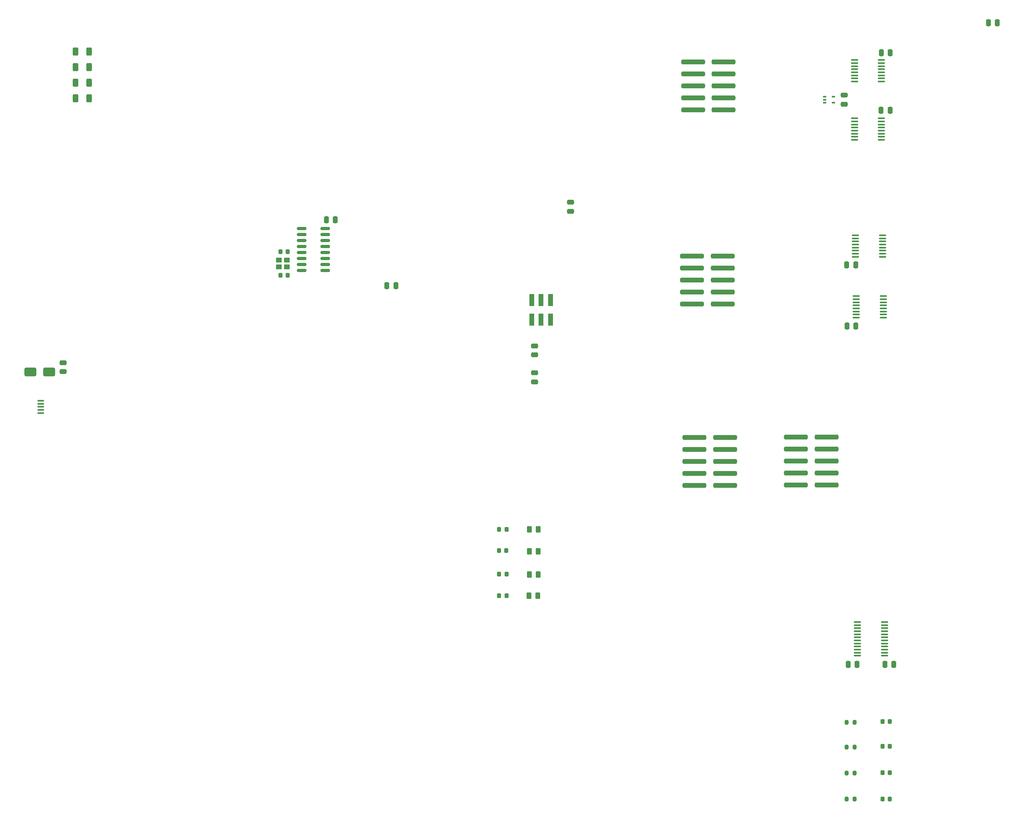
<source format=gbr>
%TF.GenerationSoftware,KiCad,Pcbnew,8.0.4-8.0.4-0~ubuntu24.04.1*%
%TF.CreationDate,2024-08-16T04:23:46+00:00*%
%TF.ProjectId,MDCL,4d44434c-2e6b-4696-9361-645f70636258,0.2*%
%TF.SameCoordinates,Original*%
%TF.FileFunction,Paste,Top*%
%TF.FilePolarity,Positive*%
%FSLAX46Y46*%
G04 Gerber Fmt 4.6, Leading zero omitted, Abs format (unit mm)*
G04 Created by KiCad (PCBNEW 8.0.4-8.0.4-0~ubuntu24.04.1) date 2024-08-16 04:23:46*
%MOMM*%
%LPD*%
G01*
G04 APERTURE LIST*
G04 Aperture macros list*
%AMRoundRect*
0 Rectangle with rounded corners*
0 $1 Rounding radius*
0 $2 $3 $4 $5 $6 $7 $8 $9 X,Y pos of 4 corners*
0 Add a 4 corners polygon primitive as box body*
4,1,4,$2,$3,$4,$5,$6,$7,$8,$9,$2,$3,0*
0 Add four circle primitives for the rounded corners*
1,1,$1+$1,$2,$3*
1,1,$1+$1,$4,$5*
1,1,$1+$1,$6,$7*
1,1,$1+$1,$8,$9*
0 Add four rect primitives between the rounded corners*
20,1,$1+$1,$2,$3,$4,$5,0*
20,1,$1+$1,$4,$5,$6,$7,0*
20,1,$1+$1,$6,$7,$8,$9,0*
20,1,$1+$1,$8,$9,$2,$3,0*%
G04 Aperture macros list end*
%ADD10R,1.350000X0.400000*%
%ADD11RoundRect,0.218750X-0.218750X-0.256250X0.218750X-0.256250X0.218750X0.256250X-0.218750X0.256250X0*%
%ADD12RoundRect,0.250000X-0.475000X0.250000X-0.475000X-0.250000X0.475000X-0.250000X0.475000X0.250000X0*%
%ADD13RoundRect,0.100000X0.637500X0.100000X-0.637500X0.100000X-0.637500X-0.100000X0.637500X-0.100000X0*%
%ADD14RoundRect,0.200000X-0.200000X-0.275000X0.200000X-0.275000X0.200000X0.275000X-0.200000X0.275000X0*%
%ADD15RoundRect,0.250000X-0.250000X-0.475000X0.250000X-0.475000X0.250000X0.475000X-0.250000X0.475000X0*%
%ADD16RoundRect,0.255000X2.245000X0.255000X-2.245000X0.255000X-2.245000X-0.255000X2.245000X-0.255000X0*%
%ADD17RoundRect,0.255000X-2.245000X-0.255000X2.245000X-0.255000X2.245000X0.255000X-2.245000X0.255000X0*%
%ADD18R,1.150000X1.000000*%
%ADD19RoundRect,0.100000X-0.637500X-0.100000X0.637500X-0.100000X0.637500X0.100000X-0.637500X0.100000X0*%
%ADD20RoundRect,0.250000X0.262500X0.450000X-0.262500X0.450000X-0.262500X-0.450000X0.262500X-0.450000X0*%
%ADD21R,1.000000X2.580000*%
%ADD22RoundRect,0.218750X0.218750X0.256250X-0.218750X0.256250X-0.218750X-0.256250X0.218750X-0.256250X0*%
%ADD23RoundRect,0.150000X-0.850000X-0.150000X0.850000X-0.150000X0.850000X0.150000X-0.850000X0.150000X0*%
%ADD24RoundRect,0.250000X0.250000X0.475000X-0.250000X0.475000X-0.250000X-0.475000X0.250000X-0.475000X0*%
%ADD25RoundRect,0.250000X0.312500X0.625000X-0.312500X0.625000X-0.312500X-0.625000X0.312500X-0.625000X0*%
%ADD26RoundRect,0.250000X0.475000X-0.250000X0.475000X0.250000X-0.475000X0.250000X-0.475000X-0.250000X0*%
%ADD27RoundRect,0.100000X-0.225000X-0.100000X0.225000X-0.100000X0.225000X0.100000X-0.225000X0.100000X0*%
%ADD28RoundRect,0.225000X0.225000X0.250000X-0.225000X0.250000X-0.225000X-0.250000X0.225000X-0.250000X0*%
%ADD29RoundRect,0.250000X1.000000X0.650000X-1.000000X0.650000X-1.000000X-0.650000X1.000000X-0.650000X0*%
G04 APERTURE END LIST*
D10*
%TO.C,J4*%
X55725000Y-112600000D03*
X55725000Y-113250000D03*
X55725000Y-113900000D03*
X55725000Y-114550000D03*
X55725000Y-115200000D03*
%TD*%
D11*
%TO.C,D8*%
X152795000Y-144370000D03*
X154370000Y-144370000D03*
%TD*%
D12*
%TO.C,C7*%
X226000000Y-47870000D03*
X226000000Y-49770000D03*
%TD*%
D13*
%TO.C,U7*%
X234525000Y-166650000D03*
X234525000Y-166000000D03*
X234525000Y-165350000D03*
X234525000Y-164700000D03*
X234525000Y-164050000D03*
X234525000Y-163400000D03*
X234525000Y-162750000D03*
X234525000Y-162100000D03*
X234525000Y-161450000D03*
X234525000Y-160800000D03*
X234525000Y-160150000D03*
X234525000Y-159500000D03*
X228800000Y-159500000D03*
X228800000Y-160150000D03*
X228800000Y-160800000D03*
X228800000Y-161450000D03*
X228800000Y-162100000D03*
X228800000Y-162750000D03*
X228800000Y-163400000D03*
X228800000Y-164050000D03*
X228800000Y-164700000D03*
X228800000Y-165350000D03*
X228800000Y-166000000D03*
X228800000Y-166650000D03*
%TD*%
D11*
%TO.C,D9*%
X152832500Y-139900000D03*
X154407500Y-139900000D03*
%TD*%
D14*
%TO.C,R12*%
X226500000Y-197050000D03*
X228150000Y-197050000D03*
%TD*%
D15*
%TO.C,C20*%
X226800000Y-168500000D03*
X228700000Y-168500000D03*
%TD*%
D16*
%TO.C,J6*%
X200445000Y-50975000D03*
X193945000Y-50975000D03*
X200445000Y-48435000D03*
X193945000Y-48435000D03*
X200445000Y-45895000D03*
X193945000Y-45895000D03*
X200445000Y-43355000D03*
X193945000Y-43355000D03*
X200445000Y-40815000D03*
X193945000Y-40815000D03*
%TD*%
D17*
%TO.C,J10*%
X215725000Y-120340000D03*
X222225000Y-120340000D03*
X215725000Y-122880000D03*
X222225000Y-122880000D03*
X215725000Y-125420000D03*
X222225000Y-125420000D03*
X215725000Y-127960000D03*
X222225000Y-127960000D03*
X215725000Y-130500000D03*
X222225000Y-130500000D03*
%TD*%
%TO.C,J5*%
X194250000Y-120420000D03*
X200750000Y-120420000D03*
X194250000Y-122960000D03*
X200750000Y-122960000D03*
X194250000Y-125500000D03*
X200750000Y-125500000D03*
X194250000Y-128040000D03*
X200750000Y-128040000D03*
X194250000Y-130580000D03*
X200750000Y-130580000D03*
%TD*%
D11*
%TO.C,D7*%
X152832500Y-149310000D03*
X154407500Y-149310000D03*
%TD*%
D15*
%TO.C,C8*%
X233800000Y-51070000D03*
X235700000Y-51070000D03*
%TD*%
D18*
%TO.C,Y1*%
X107900000Y-82800000D03*
X106150000Y-82800000D03*
X106150000Y-84200000D03*
X107900000Y-84200000D03*
%TD*%
D14*
%TO.C,R11*%
X226500000Y-191540000D03*
X228150000Y-191540000D03*
%TD*%
D19*
%TO.C,U2*%
X228162500Y-52770000D03*
X228162500Y-53420000D03*
X228162500Y-54070000D03*
X228162500Y-54720000D03*
X228162500Y-55370000D03*
X228162500Y-56020000D03*
X228162500Y-56670000D03*
X228162500Y-57320000D03*
X233887500Y-57320000D03*
X233887500Y-56670000D03*
X233887500Y-56020000D03*
X233887500Y-55370000D03*
X233887500Y-54720000D03*
X233887500Y-54070000D03*
X233887500Y-53420000D03*
X233887500Y-52770000D03*
%TD*%
%TO.C,U1*%
X228162500Y-40405000D03*
X228162500Y-41055000D03*
X228162500Y-41705000D03*
X228162500Y-42355000D03*
X228162500Y-43005000D03*
X228162500Y-43655000D03*
X228162500Y-44305000D03*
X228162500Y-44955000D03*
X233887500Y-44955000D03*
X233887500Y-44305000D03*
X233887500Y-43655000D03*
X233887500Y-43005000D03*
X233887500Y-42355000D03*
X233887500Y-41705000D03*
X233887500Y-41055000D03*
X233887500Y-40405000D03*
%TD*%
D20*
%TO.C,R8*%
X161120000Y-139900000D03*
X159295000Y-139900000D03*
%TD*%
%TO.C,R6*%
X161120000Y-149450000D03*
X159295000Y-149450000D03*
%TD*%
D21*
%TO.C,J11*%
X159750000Y-95420000D03*
X159750000Y-91250000D03*
X161750000Y-95420000D03*
X161750000Y-91250000D03*
X163750000Y-95420000D03*
X163750000Y-91250000D03*
%TD*%
D22*
%TO.C,D10*%
X235650000Y-180550000D03*
X234075000Y-180550000D03*
%TD*%
%TO.C,D12*%
X235650000Y-191460000D03*
X234075000Y-191460000D03*
%TD*%
D12*
%TO.C,C17*%
X160400000Y-101000000D03*
X160400000Y-102900000D03*
%TD*%
D20*
%TO.C,R5*%
X161032500Y-153900000D03*
X159207500Y-153900000D03*
%TD*%
D23*
%TO.C,U6*%
X111000000Y-76110000D03*
X111000000Y-77380000D03*
X111000000Y-78650000D03*
X111000000Y-79920000D03*
X111000000Y-81190000D03*
X111000000Y-82460000D03*
X111000000Y-83730000D03*
X111000000Y-85000000D03*
X116000000Y-85000000D03*
X116000000Y-83730000D03*
X116000000Y-82460000D03*
X116000000Y-81190000D03*
X116000000Y-79920000D03*
X116000000Y-78650000D03*
X116000000Y-77380000D03*
X116000000Y-76110000D03*
%TD*%
D24*
%TO.C,C18*%
X258450000Y-32500000D03*
X256550000Y-32500000D03*
%TD*%
D25*
%TO.C,R1*%
X66000000Y-38630000D03*
X63075000Y-38630000D03*
%TD*%
D11*
%TO.C,D3*%
X152832500Y-153900000D03*
X154407500Y-153900000D03*
%TD*%
D14*
%TO.C,R9*%
X226500000Y-180790000D03*
X228150000Y-180790000D03*
%TD*%
D26*
%TO.C,C11*%
X60500000Y-106450000D03*
X60500000Y-104550000D03*
%TD*%
%TO.C,C2*%
X160350000Y-108600000D03*
X160350000Y-106700000D03*
%TD*%
D25*
%TO.C,R2*%
X66000000Y-41920000D03*
X63075000Y-41920000D03*
%TD*%
D27*
%TO.C,U5*%
X221800000Y-48170000D03*
X221800000Y-48820000D03*
X221800000Y-49470000D03*
X223700000Y-49470000D03*
X223700000Y-48170000D03*
%TD*%
D28*
%TO.C,C14*%
X108050000Y-81000000D03*
X106500000Y-81000000D03*
%TD*%
D24*
%TO.C,C4*%
X228450000Y-96750000D03*
X226550000Y-96750000D03*
%TD*%
D29*
%TO.C,D1*%
X57500000Y-106500000D03*
X53500000Y-106500000D03*
%TD*%
D15*
%TO.C,C16*%
X116250000Y-74250000D03*
X118150000Y-74250000D03*
%TD*%
D25*
%TO.C,R3*%
X66000000Y-45210000D03*
X63075000Y-45210000D03*
%TD*%
D28*
%TO.C,C10*%
X108050000Y-86000000D03*
X106500000Y-86000000D03*
%TD*%
D24*
%TO.C,C1*%
X130950000Y-88250000D03*
X129050000Y-88250000D03*
%TD*%
D13*
%TO.C,U4*%
X234250000Y-95000000D03*
X234250000Y-94350000D03*
X234250000Y-93700000D03*
X234250000Y-93050000D03*
X234250000Y-92400000D03*
X234250000Y-91750000D03*
X234250000Y-91100000D03*
X234250000Y-90450000D03*
X228525000Y-90450000D03*
X228525000Y-91100000D03*
X228525000Y-91750000D03*
X228525000Y-92400000D03*
X228525000Y-93050000D03*
X228525000Y-93700000D03*
X228525000Y-94350000D03*
X228525000Y-95000000D03*
%TD*%
D22*
%TO.C,D13*%
X235650000Y-197050000D03*
X234075000Y-197050000D03*
%TD*%
D20*
%TO.C,R7*%
X161120000Y-144500000D03*
X159295000Y-144500000D03*
%TD*%
D14*
%TO.C,R10*%
X226500000Y-186030000D03*
X228150000Y-186030000D03*
%TD*%
D24*
%TO.C,C6*%
X228400000Y-83820000D03*
X226500000Y-83820000D03*
%TD*%
D16*
%TO.C,J7*%
X200250000Y-92080000D03*
X193750000Y-92080000D03*
X200250000Y-89540000D03*
X193750000Y-89540000D03*
X200250000Y-87000000D03*
X193750000Y-87000000D03*
X200250000Y-84460000D03*
X193750000Y-84460000D03*
X200250000Y-81920000D03*
X193750000Y-81920000D03*
%TD*%
D24*
%TO.C,C5*%
X236500000Y-168500000D03*
X234600000Y-168500000D03*
%TD*%
D26*
%TO.C,C19*%
X167950000Y-72450000D03*
X167950000Y-70550000D03*
%TD*%
D13*
%TO.C,U3*%
X234112500Y-82095000D03*
X234112500Y-81445000D03*
X234112500Y-80795000D03*
X234112500Y-80145000D03*
X234112500Y-79495000D03*
X234112500Y-78845000D03*
X234112500Y-78195000D03*
X234112500Y-77545000D03*
X228387500Y-77545000D03*
X228387500Y-78195000D03*
X228387500Y-78845000D03*
X228387500Y-79495000D03*
X228387500Y-80145000D03*
X228387500Y-80795000D03*
X228387500Y-81445000D03*
X228387500Y-82095000D03*
%TD*%
D22*
%TO.C,D11*%
X235650000Y-185870000D03*
X234075000Y-185870000D03*
%TD*%
D25*
%TO.C,R4*%
X66000000Y-48500000D03*
X63075000Y-48500000D03*
%TD*%
D15*
%TO.C,C9*%
X233850000Y-38820000D03*
X235750000Y-38820000D03*
%TD*%
M02*

</source>
